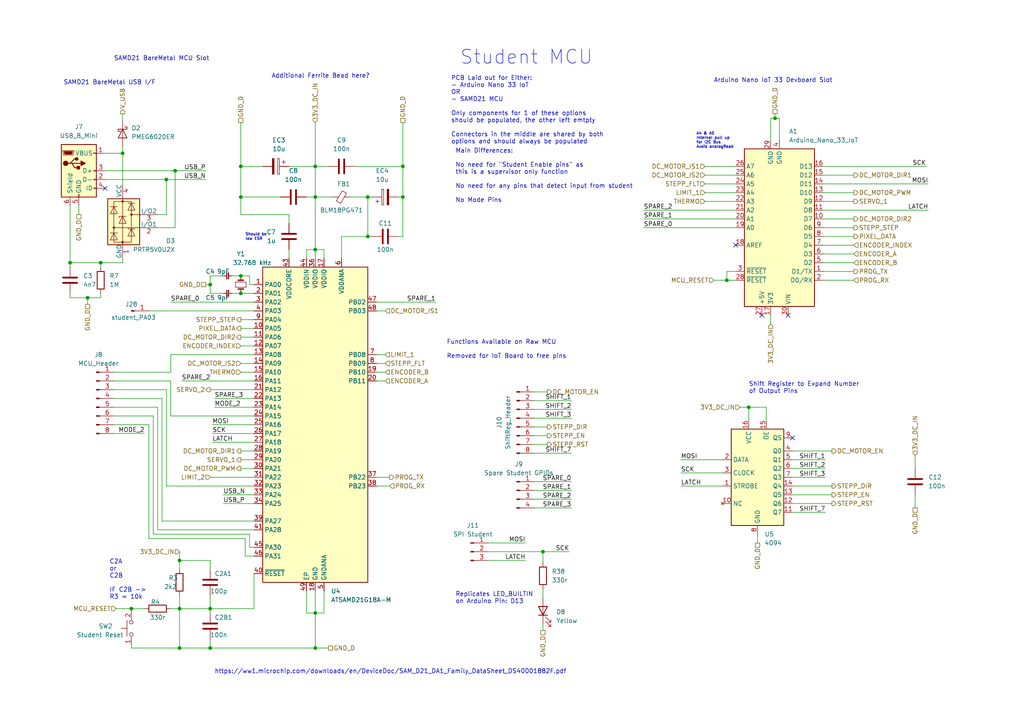
<source format=kicad_sch>
(kicad_sch (version 20211123) (generator eeschema)
  (paper "A4")
  (lib_symbols
    (symbol "000_Capacitor_Electrolytic_Immo:22u" (pin_numbers hide) (pin_names (offset 0.254))
      (property "Reference" "EC" (at 0.635 2.54 0))
      (property "Value" "22u" (at 0.635 -2.54 0))
      (symbol "22u_0_1"
        (rectangle (start -2.286 0.508) (end 2.286 1.016))
        (polyline (pts (xy -1.778 2.286) (xy -0.762 2.286)))
        (polyline (pts (xy -1.27 2.794) (xy -1.27 1.778)))
        (rectangle (start 2.286 -0.508) (end -2.286 -1.016) (fill (type outline)))
      )
      (symbol "22u_1_1"
        (pin passive line (at 0 3.81 270) (length 2.794) (name "~") (number "1"))
        (pin passive line (at 0 -3.81 90) (length 2.794) (name "~") (number "2"))
      )
    )
    (symbol "000_Capacitor_Film_Immo:cap_film_0805" (pin_numbers hide) (pin_names (offset 0.254))
      (property "Reference" "C" (at 0.635 2.54 0))
      (property "Value" "cap_film_0805" (at 0.635 -2.54 0))
      (symbol "cap_film_0805_0_1"
        (polyline (pts (xy -2.032 -0.762) (xy 2.032 -0.762)) (stroke (width 0.508)))
        (polyline (pts (xy -2.032 0.762) (xy 2.032 0.762)) (stroke (width 0.508)))
      )
      (symbol "cap_film_0805_1_1"
        (pin passive line (at 0 3.81 270) (length 2.794) (name "~") (number "1"))
        (pin passive line (at 0 -3.81 90) (length 2.794) (name "~") (number "2"))
      )
    )
    (symbol "000_Capacitor_Film_Immo:cap_film_0805_mini" (pin_numbers hide) (pin_names (offset 0.254))
      (property "Reference" "C" (at 0.635 2.54 0))
      (property "Value" "cap_film_0805_mini" (at 0.635 -2.54 0))
      (symbol "cap_film_0805_mini_0_1"
        (polyline (pts (xy -0.889 -0.254) (xy 0.889 -0.254)) (stroke (width 0.308)))
        (polyline (pts (xy -0.889 0.254) (xy 0.889 0.254)) (stroke (width 0.308)))
      )
      (symbol "cap_film_0805_mini_1_1"
        (pin passive line (at 0 1.27 270) (length 1) (name "~") (number "1"))
        (pin passive line (at 0 -1.27 90) (length 1) (name "~") (number "2"))
      )
    )
    (symbol "000_Logic_IC_Immo:4094"
      (property "Reference" "U" (at -7.62 13.97 0))
      (property "Value" "4094" (at -7.62 -16.51 0))
      (symbol "4094_1_0"
        (pin input line (at -10.16 -3.81 0) (length 2.54) (name "STROBE") (number "1"))
        (pin no_connect line (at -10.16 -8.89 0) (length 2.54) (name "NC") (number "10"))
        (pin tri_state line (at 10.16 -11.43 180) (length 2.54) (name "Q7") (number "11"))
        (pin tri_state line (at 10.16 -8.89 180) (length 2.54) (name "Q6") (number "12"))
        (pin tri_state line (at 10.16 -6.35 180) (length 2.54) (name "Q5") (number "13"))
        (pin tri_state line (at 10.16 -3.81 180) (length 2.54) (name "Q4") (number "14"))
        (pin input line (at 2.54 15.24 270) (length 2.54) (name "OE") (number "15"))
        (pin power_in line (at -2.54 15.24 270) (length 2.54) (name "VCC") (number "16"))
        (pin input line (at -10.16 3.81 0) (length 2.54) (name "DATA") (number "2"))
        (pin input line (at -10.16 0 0) (length 2.54) (name "CLOCK") (number "3"))
        (pin tri_state line (at 10.16 6.35 180) (length 2.54) (name "Q0") (number "4"))
        (pin tri_state line (at 10.16 3.81 180) (length 2.54) (name "Q1") (number "5"))
        (pin tri_state line (at 10.16 1.27 180) (length 2.54) (name "Q2") (number "6"))
        (pin tri_state line (at 10.16 -1.27 180) (length 2.54) (name "Q3") (number "7"))
        (pin power_in line (at 0 -17.78 90) (length 2.54) (name "GND") (number "8"))
        (pin output line (at 10.16 10.16 180) (length 2.54) (name "QS") (number "9"))
      )
      (symbol "4094_1_1"
        (rectangle (start -7.62 12.7) (end 7.62 -15.24) (stroke (width 0.254)) (fill (type background)))
      )
    )
    (symbol "000_Pin_Headers_Immo:Conn_01x01_Male" (pin_names (offset 1.016) hide)
      (property "Reference" "J" (at 0 2.54 0))
      (property "Value" "Conn_01x01_Male" (at 0 -2.54 0))
      (symbol "Conn_01x01_Male_1_1"
        (polyline (pts (xy 1.27 0) (xy 0.8636 0)) (stroke (width 0.1524)))
        (rectangle (start 0.8636 0.127) (end 0 -0.127) (stroke (width 0.1524)) (fill (type outline)))
        (pin passive line (at 5.08 0 180) (length 3.81) (name "Pin_1") (number "1"))
      )
    )
    (symbol "000_Resistors_Immo:Resistor_0805" (pin_numbers hide) (pin_names (offset 0))
      (property "Reference" "R?" (at -2.54 3.81 0))
      (property "Value" "Resistor_0805" (at -5.08 2.54 0))
      (symbol "Resistor_0805_0_1"
        (rectangle (start 2.54 -1.016) (end -2.54 1.016) (stroke (width 0.254)))
      )
      (symbol "Resistor_0805_1_1"
        (pin passive line (at -3.81 0 0) (length 1.27) (name "~") (number "1"))
        (pin passive line (at 3.81 0 180) (length 1.27) (name "~") (number "2"))
      )
    )
    (symbol "000_Switches_Immo:pushbutton_tactile_2pin_SMD" (pin_names (offset 1.016) hide)
      (property "Reference" "SW" (at 0.635 5.715 0))
      (property "Value" "pushbutton_tactile_2pin_SMD" (at 0 -3.175 0))
      (symbol "pushbutton_tactile_2pin_SMD_0_1"
        (circle (center -1.778 2.54) (radius 0.508))
        (polyline (pts (xy -2.286 3.81) (xy 2.286 3.81)))
        (polyline (pts (xy 0 3.81) (xy 0 5.588)))
        (circle (center 1.778 2.54) (radius 0.508))
        (pin passive line (at -5.08 2.54 0) (length 2.54) (name "1") (number "1"))
        (pin passive line (at 5.08 2.54 180) (length 2.6) (name "2") (number "2"))
      )
    )
    (symbol "Connector:Conn_01x03_Male" (pin_names (offset 1.016) hide)
      (property "Reference" "J" (at 0 5.08 0))
      (property "Value" "Conn_01x03_Male" (at 2.54 -4.191 0))
      (symbol "Conn_01x03_Male_1_1"
        (polyline (pts (xy 1.27 -2.54) (xy 0.8636 -2.54)) (stroke (width 0.1524)))
        (polyline (pts (xy 1.27 0) (xy 0.8636 0)) (stroke (width 0.1524)))
        (polyline (pts (xy 1.27 2.54) (xy 0.8636 2.54)) (stroke (width 0.1524)))
        (rectangle (start 0.8636 -2.413) (end 0 -2.667) (stroke (width 0.1524)) (fill (type outline)))
        (rectangle (start 0.8636 0.127) (end 0 -0.127) (stroke (width 0.1524)) (fill (type outline)))
        (rectangle (start 0.8636 2.667) (end 0 2.413) (stroke (width 0.1524)) (fill (type outline)))
        (pin passive line (at 5.08 2.54 180) (length 3.81) (name "Pin_1") (number "1"))
        (pin passive line (at 5.08 0 180) (length 3.81) (name "Pin_2") (number "2"))
        (pin passive line (at 5.08 -2.54 180) (length 3.81) (name "Pin_3") (number "3"))
      )
    )
    (symbol "Connector:Conn_01x04_Male" (pin_names (offset 1.016) hide)
      (property "Reference" "J" (at 0 5.08 0))
      (property "Value" "Conn_01x04_Male" (at 0 -7.62 0))
      (symbol "Conn_01x04_Male_1_1"
        (polyline (pts (xy 1.27 -5.08) (xy 0.8636 -5.08)) (stroke (width 0.1524)))
        (polyline (pts (xy 1.27 -2.54) (xy 0.8636 -2.54)) (stroke (width 0.1524)))
        (polyline (pts (xy 1.27 0) (xy 0.8636 0)) (stroke (width 0.1524)))
        (polyline (pts (xy 1.27 2.54) (xy 0.8636 2.54)) (stroke (width 0.1524)))
        (rectangle (start 0.8636 -4.953) (end 0 -5.207) (stroke (width 0.1524)) (fill (type outline)))
        (rectangle (start 0.8636 -2.413) (end 0 -2.667) (stroke (width 0.1524)) (fill (type outline)))
        (rectangle (start 0.8636 0.127) (end 0 -0.127) (stroke (width 0.1524)) (fill (type outline)))
        (rectangle (start 0.8636 2.667) (end 0 2.413) (stroke (width 0.1524)) (fill (type outline)))
        (pin passive line (at 5.08 2.54 180) (length 3.81) (name "Pin_1") (number "1"))
        (pin passive line (at 5.08 0 180) (length 3.81) (name "Pin_2") (number "2"))
        (pin passive line (at 5.08 -2.54 180) (length 3.81) (name "Pin_3") (number "3"))
        (pin passive line (at 5.08 -5.08 180) (length 3.81) (name "Pin_4") (number "4"))
      )
    )
    (symbol "Connector:Conn_01x08_Male" (pin_names (offset 1.016) hide)
      (property "Reference" "J" (at 0 10.16 0))
      (property "Value" "Conn_01x08_Male" (at 0 -12.7 0))
      (symbol "Conn_01x08_Male_1_1"
        (polyline (pts (xy 1.27 -10.16) (xy 0.8636 -10.16)) (stroke (width 0.1524)))
        (polyline (pts (xy 1.27 -7.62) (xy 0.8636 -7.62)) (stroke (width 0.1524)))
        (polyline (pts (xy 1.27 -5.08) (xy 0.8636 -5.08)) (stroke (width 0.1524)))
        (polyline (pts (xy 1.27 -2.54) (xy 0.8636 -2.54)) (stroke (width 0.1524)))
        (polyline (pts (xy 1.27 0) (xy 0.8636 0)) (stroke (width 0.1524)))
        (polyline (pts (xy 1.27 2.54) (xy 0.8636 2.54)) (stroke (width 0.1524)))
        (polyline (pts (xy 1.27 5.08) (xy 0.8636 5.08)) (stroke (width 0.1524)))
        (polyline (pts (xy 1.27 7.62) (xy 0.8636 7.62)) (stroke (width 0.1524)))
        (rectangle (start 0.8636 -10.033) (end 0 -10.287) (stroke (width 0.1524)) (fill (type outline)))
        (rectangle (start 0.8636 -7.493) (end 0 -7.747) (stroke (width 0.1524)) (fill (type outline)))
        (rectangle (start 0.8636 -4.953) (end 0 -5.207) (stroke (width 0.1524)) (fill (type outline)))
        (rectangle (start 0.8636 -2.413) (end 0 -2.667) (stroke (width 0.1524)) (fill (type outline)))
        (rectangle (start 0.8636 0.127) (end 0 -0.127) (stroke (width 0.1524)) (fill (type outline)))
        (rectangle (start 0.8636 2.667) (end 0 2.413) (stroke (width 0.1524)) (fill (type outline)))
        (rectangle (start 0.8636 5.207) (end 0 4.953) (stroke (width 0.1524)) (fill (type outline)))
        (rectangle (start 0.8636 7.747) (end 0 7.493) (stroke (width 0.1524)) (fill (type outline)))
        (pin passive line (at 5.08 7.62 180) (length 3.81) (name "Pin_1") (number "1"))
        (pin passive line (at 5.08 5.08 180) (length 3.81) (name "Pin_2") (number "2"))
        (pin passive line (at 5.08 2.54 180) (length 3.81) (name "Pin_3") (number "3"))
        (pin passive line (at 5.08 0 180) (length 3.81) (name "Pin_4") (number "4"))
        (pin passive line (at 5.08 -2.54 180) (length 3.81) (name "Pin_5") (number "5"))
        (pin passive line (at 5.08 -5.08 180) (length 3.81) (name "Pin_6") (number "6"))
        (pin passive line (at 5.08 -7.62 180) (length 3.81) (name "Pin_7") (number "7"))
        (pin passive line (at 5.08 -10.16 180) (length 3.81) (name "Pin_8") (number "8"))
      )
    )
    (symbol "Connector:USB_B_Mini" (pin_names (offset 1.016))
      (property "Reference" "J" (at -5.08 11.43 0))
      (property "Value" "USB_B_Mini" (at -5.08 8.89 0))
      (symbol "USB_B_Mini_0_1"
        (rectangle (start -5.08 -7.62) (end 5.08 7.62) (stroke (width 0.254)) (fill (type background)))
        (circle (center -3.81 2.159) (radius 0.635) (stroke (width 0.254)) (fill (type outline)))
        (circle (center -0.635 3.429) (radius 0.381) (stroke (width 0.254)) (fill (type outline)))
        (rectangle (start -0.127 -7.62) (end 0.127 -6.858))
        (polyline (pts (xy -1.905 2.159) (xy 0.635 2.159)) (stroke (width 0.254)))
        (polyline (pts (xy -3.175 2.159) (xy -2.54 2.159) (xy -1.27 3.429) (xy -0.635 3.429)) (stroke (width 0.254)))
        (polyline (pts (xy -2.54 2.159) (xy -1.905 2.159) (xy -1.27 0.889) (xy 0 0.889)) (stroke (width 0.254)))
        (polyline (pts (xy 0.635 2.794) (xy 0.635 1.524) (xy 1.905 2.159) (xy 0.635 2.794)) (stroke (width 0.254)) (fill (type outline)))
        (polyline (pts (xy -4.318 5.588) (xy -1.778 5.588) (xy -2.032 4.826) (xy -4.064 4.826) (xy -4.318 5.588)) (fill (type outline)))
        (polyline (pts (xy -4.699 5.842) (xy -4.699 5.588) (xy -4.445 4.826) (xy -4.445 4.572) (xy -1.651 4.572) (xy -1.651 4.826) (xy -1.397 5.588) (xy -1.397 5.842) (xy -4.699 5.842)))
        (rectangle (start 0.254 1.27) (end -0.508 0.508) (stroke (width 0.254)) (fill (type outline)))
        (rectangle (start 5.08 -5.207) (end 4.318 -4.953))
        (rectangle (start 5.08 -2.667) (end 4.318 -2.413))
        (rectangle (start 5.08 -0.127) (end 4.318 0.127))
        (rectangle (start 5.08 4.953) (end 4.318 5.207))
      )
      (symbol "USB_B_Mini_1_1"
        (pin power_out line (at 7.62 5.08 180) (length 2.54) (name "VBUS") (number "1"))
        (pin bidirectional line (at 7.62 -2.54 180) (length 2.54) (name "D-") (number "2"))
        (pin bidirectional line (at 7.62 0 180) (length 2.54) (name "D+") (number "3"))
        (pin passive line (at 7.62 -5.08 180) (length 2.54) (name "ID") (number "4"))
        (pin power_out line (at 0 -10.16 90) (length 2.54) (name "GND") (number "5"))
        (pin passive line (at -2.54 -10.16 90) (length 2.54) (name "Shield") (number "6"))
      )
    )
    (symbol "Device:Crystal_Small" (pin_numbers hide) (pin_names (offset 1.016) hide)
      (property "Reference" "Y" (at 0 2.54 0))
      (property "Value" "Crystal_Small" (at 0 -2.54 0))
      (symbol "Crystal_Small_0_1"
        (rectangle (start -0.762 -1.524) (end 0.762 1.524))
        (polyline (pts (xy -1.27 -0.762) (xy -1.27 0.762)) (stroke (width 0.381)))
        (polyline (pts (xy 1.27 -0.762) (xy 1.27 0.762)) (stroke (width 0.381)))
      )
      (symbol "Crystal_Small_1_1"
        (pin passive line (at -2.54 0 0) (length 1.27) (name "1") (number "1"))
        (pin passive line (at 2.54 0 180) (length 1.27) (name "2") (number "2"))
      )
    )
    (symbol "Device:FerriteBead_Small" (pin_numbers hide) (pin_names (offset 0))
      (property "Reference" "FB" (at 1.905 1.27 0))
      (property "Value" "FerriteBead_Small" (at 1.905 -1.27 0))
      (symbol "FerriteBead_Small_0_1"
        (polyline (pts (xy 0 -1.27) (xy 0 -0.7874)))
        (polyline (pts (xy 0 0.889) (xy 0 1.2954)))
        (polyline (pts (xy -1.8288 0.2794) (xy -1.1176 1.4986) (xy 1.8288 -0.2032) (xy 1.1176 -1.4224) (xy -1.8288 0.2794)))
      )
      (symbol "FerriteBead_Small_1_1"
        (pin passive line (at 0 2.54 270) (length 1.27) (name "~") (number "1"))
        (pin passive line (at 0 -2.54 90) (length 1.27) (name "~") (number "2"))
      )
    )
    (symbol "Device:LED" (pin_numbers hide) (pin_names (offset 1.016) hide)
      (property "Reference" "D" (at 0 2.54 0))
      (property "Value" "LED" (at 0 -2.54 0))
      (symbol "LED_0_1"
        (polyline (pts (xy -1.27 -1.27) (xy -1.27 1.27)) (stroke (width 0.254)))
        (polyline (pts (xy -1.27 0) (xy 1.27 0)))
        (polyline (pts (xy 1.27 -1.27) (xy 1.27 1.27) (xy -1.27 0) (xy 1.27 -1.27)) (stroke (width 0.254)))
        (polyline (pts (xy -3.048 -0.762) (xy -4.572 -2.286) (xy -3.81 -2.286) (xy -4.572 -2.286) (xy -4.572 -1.524)))
        (polyline (pts (xy -1.778 -0.762) (xy -3.302 -2.286) (xy -2.54 -2.286) (xy -3.302 -2.286) (xy -3.302 -1.524)))
      )
      (symbol "LED_1_1"
        (pin passive line (at -3.81 0 0) (length 2.54) (name "K") (number "1"))
        (pin passive line (at 3.81 0 180) (length 2.54) (name "A") (number "2"))
      )
    )
    (symbol "Diode:PMEG6020ER" (pin_numbers hide) (pin_names hide)
      (property "Reference" "D" (at 0 2.54 0))
      (property "Value" "PMEG6020ER" (at 0 -2.54 0))
      (symbol "PMEG6020ER_0_1"
        (polyline (pts (xy 1.27 0) (xy -1.27 0)))
        (polyline (pts (xy 1.27 1.27) (xy 1.27 -1.27) (xy -1.27 0) (xy 1.27 1.27)) (stroke (width 0.2032)))
        (polyline (pts (xy -1.905 0.635) (xy -1.905 1.27) (xy -1.27 1.27) (xy -1.27 -1.27) (xy -0.635 -1.27) (xy -0.635 -0.635)) (stroke (width 0.2032)))
      )
      (symbol "PMEG6020ER_1_1"
        (pin passive line (at -3.81 0 0) (length 2.54) (name "K") (number "1"))
        (pin passive line (at 3.81 0 180) (length 2.54) (name "A") (number "2"))
      )
    )
    (symbol "MCU_Microchip_SAMD:ATSAMD21G18A-M"
      (property "Reference" "U" (at -13.97 46.99 0))
      (property "Value" "ATSAMD21G18A-M" (at 16.51 46.99 0))
      (symbol "ATSAMD21G18A-M_0_1"
        (rectangle (start -15.24 45.72) (end 15.24 -45.72) (stroke (width 0.254)) (fill (type background)))
      )
      (symbol "ATSAMD21G18A-M_1_1"
        (pin bidirectional line (at -17.78 40.64 0) (length 2.54) (name "PA00") (number "1"))
        (pin bidirectional line (at -17.78 27.94 0) (length 2.54) (name "PA05") (number "10"))
        (pin bidirectional line (at -17.78 25.4 0) (length 2.54) (name "PA06") (number "11"))
        (pin bidirectional line (at -17.78 22.86 0) (length 2.54) (name "PA07") (number "12"))
        (pin bidirectional line (at -17.78 20.32 0) (length 2.54) (name "PA08") (number "13"))
        (pin bidirectional line (at -17.78 17.78 0) (length 2.54) (name "PA09") (number "14"))
        (pin bidirectional line (at -17.78 15.24 0) (length 2.54) (name "PA10") (number "15"))
        (pin bidirectional line (at -17.78 12.7 0) (length 2.54) (name "PA11") (number "16"))
        (pin power_in line (at 2.54 48.26 270) (length 2.54) (name "VDDIO") (number "17"))
        (pin power_in line (at 0 -48.26 90) (length 2.54) (name "GND") (number "18"))
        (pin bidirectional line (at 17.78 15.24 180) (length 2.54) (name "PB10") (number "19"))
        (pin bidirectional line (at -17.78 38.1 0) (length 2.54) (name "PA01") (number "2"))
        (pin bidirectional line (at 17.78 12.7 180) (length 2.54) (name "PB11") (number "20"))
        (pin bidirectional line (at -17.78 10.16 0) (length 2.54) (name "PA12") (number "21"))
        (pin bidirectional line (at -17.78 7.62 0) (length 2.54) (name "PA13") (number "22"))
        (pin bidirectional line (at -17.78 5.08 0) (length 2.54) (name "PA14") (number "23"))
        (pin bidirectional line (at -17.78 2.54 0) (length 2.54) (name "PA15") (number "24"))
        (pin bidirectional line (at -17.78 0 0) (length 2.54) (name "PA16") (number "25"))
        (pin bidirectional line (at -17.78 -2.54 0) (length 2.54) (name "PA17") (number "26"))
        (pin bidirectional line (at -17.78 -5.08 0) (length 2.54) (name "PA18") (number "27"))
        (pin bidirectional line (at -17.78 -7.62 0) (length 2.54) (name "PA19") (number "28"))
        (pin bidirectional line (at -17.78 -10.16 0) (length 2.54) (name "PA20") (number "29"))
        (pin bidirectional line (at -17.78 35.56 0) (length 2.54) (name "PA02") (number "3"))
        (pin bidirectional line (at -17.78 -12.7 0) (length 2.54) (name "PA21") (number "30"))
        (pin bidirectional line (at -17.78 -15.24 0) (length 2.54) (name "PA22") (number "31"))
        (pin bidirectional line (at -17.78 -17.78 0) (length 2.54) (name "PA23") (number "32"))
        (pin bidirectional line (at -17.78 -20.32 0) (length 2.54) (name "PA24") (number "33"))
        (pin bidirectional line (at -17.78 -22.86 0) (length 2.54) (name "PA25") (number "34"))
        (pin passive line (at 0 -48.26 90) (length 2.54) hide (name "GND") (number "35"))
        (pin power_in line (at 0 48.26 270) (length 2.54) (name "VDDIO") (number "36"))
        (pin bidirectional line (at 17.78 -15.24 180) (length 2.54) (name "PB22") (number "37"))
        (pin bidirectional line (at 17.78 -17.78 180) (length 2.54) (name "PB23") (number "38"))
        (pin bidirectional line (at -17.78 -27.94 0) (length 2.54) (name "PA27") (number "39"))
        (pin bidirectional line (at -17.78 33.02 0) (length 2.54) (name "PA03") (number "4"))
        (pin input line (at -17.78 -43.18 0) (length 2.54) (name "~{RESET}") (number "40"))
        (pin bidirectional line (at -17.78 -30.48 0) (length 2.54) (name "PA28") (number "41"))
        (pin passive line (at 0 -48.26 90) (length 2.54) hide (name "GND") (number "42"))
        (pin power_out line (at -7.62 48.26 270) (length 2.54) (name "VDDCORE") (number "43"))
        (pin power_in line (at -2.54 48.26 270) (length 2.54) (name "VDDIN") (number "44"))
        (pin bidirectional line (at -17.78 -35.56 0) (length 2.54) (name "PA30") (number "45"))
        (pin bidirectional line (at -17.78 -38.1 0) (length 2.54) (name "PA31") (number "46"))
        (pin bidirectional line (at 17.78 35.56 180) (length 2.54) (name "PB02") (number "47"))
        (pin bidirectional line (at 17.78 33.02 180) (length 2.54) (name "PB03") (number "48"))
        (pin passive line (at -2.54 -48.26 90) (length 2.54) (name "EP") (number "49"))
        (pin power_in line (at 2.54 -48.26 90) (length 2.54) (name "GNDANA") (number "5"))
        (pin power_in line (at 7.62 48.26 270) (length 2.54) (name "VDDANA") (number "6"))
        (pin bidirectional line (at 17.78 20.32 180) (length 2.54) (name "PB08") (number "7"))
        (pin bidirectional line (at 17.78 17.78 180) (length 2.54) (name "PB09") (number "8"))
        (pin bidirectional line (at -17.78 30.48 0) (length 2.54) (name "PA04") (number "9"))
      )
    )
    (symbol "MCU_Module:Arduino_Nano_33_IoT"
      (property "Reference" "A" (at -10.16 23.495 0))
      (property "Value" "Arduino_Nano_33_IoT" (at 5.08 -24.13 0))
      (symbol "Arduino_Nano_33_IoT_0_0"
        (text "~" (at -6.35 -7.62 0) (effects (font (size 1.27 1.27))))
        (text "~" (at -6.35 0 0) (effects (font (size 1.27 1.27))))
        (text "~" (at -6.35 2.54 0) (effects (font (size 1.27 1.27))))
        (text "~" (at -6.35 7.62 0) (effects (font (size 1.27 1.27))))
        (text "~" (at -6.35 10.16 0) (effects (font (size 1.27 1.27))))
        (text "~" (at -5.08 -15.24 0) (effects (font (size 1.27 1.27))))
        (text "~" (at -5.08 -12.7 0) (effects (font (size 1.27 1.27))))
        (text "~" (at -5.08 -10.16 0) (effects (font (size 1.27 1.27))))
        (text "~" (at 6.35 -12.7 0) (effects (font (size 1.27 1.27))))
        (text "~" (at 6.35 -7.62 0) (effects (font (size 1.27 1.27))))
        (text "~" (at 6.35 -5.08 0) (effects (font (size 1.27 1.27))))
      )
      (symbol "Arduino_Nano_33_IoT_0_1"
        (rectangle (start -10.16 22.86) (end 10.16 -22.86) (stroke (width 0.254)) (fill (type background)))
      )
      (symbol "Arduino_Nano_33_IoT_1_1"
        (pin bidirectional line (at -12.7 12.7 0) (length 2.54) (name "D1/TX") (number "1"))
        (pin bidirectional line (at -12.7 -2.54 0) (length 2.54) (name "D7") (number "10"))
        (pin bidirectional line (at -12.7 -5.08 0) (length 2.54) (name "D8") (number "11"))
        (pin bidirectional line (at -12.7 -7.62 0) (length 2.54) (name "D9") (number "12"))
        (pin bidirectional line (at -12.7 -10.16 0) (length 2.54) (name "D10") (number "13"))
        (pin bidirectional line (at -12.7 -12.7 0) (length 2.54) (name "D11") (number "14"))
        (pin bidirectional line (at -12.7 -15.24 0) (length 2.54) (name "D12") (number "15"))
        (pin bidirectional line (at -12.7 -17.78 0) (length 2.54) (name "D13") (number "16"))
        (pin power_out line (at 2.54 25.4 270) (length 2.54) (name "3V3") (number "17"))
        (pin input line (at 12.7 5.08 180) (length 2.54) (name "AREF") (number "18"))
        (pin bidirectional line (at 12.7 0 180) (length 2.54) (name "A0") (number "19"))
        (pin bidirectional line (at -12.7 15.24 0) (length 2.54) (name "D0/RX") (number "2"))
        (pin bidirectional line (at 12.7 -2.54 180) (length 2.54) (name "A1") (number "20"))
        (pin bidirectional line (at 12.7 -5.08 180) (length 2.54) (name "A2") (number "21"))
        (pin bidirectional line (at 12.7 -7.62 180) (length 2.54) (name "A3") (number "22"))
        (pin bidirectional line (at 12.7 -10.16 180) (length 2.54) (name "A4") (number "23"))
        (pin bidirectional line (at 12.7 -12.7 180) (length 2.54) (name "A5") (number "24"))
        (pin bidirectional line (at 12.7 -15.24 180) (length 2.54) (name "A6") (number "25"))
        (pin bidirectional line (at 12.7 -17.78 180) (length 2.54) (name "A7") (number "26"))
        (pin power_out line (at 5.08 25.4 270) (length 2.54) (name "+5V") (number "27"))
        (pin input line (at 12.7 15.24 180) (length 2.54) (name "~{RESET}") (number "28"))
        (pin power_in line (at 2.54 -25.4 90) (length 2.54) (name "GND") (number "29"))
        (pin input line (at 12.7 12.7 180) (length 2.54) (name "~{RESET}") (number "3"))
        (pin power_in line (at -2.54 25.4 270) (length 2.54) (name "VIN") (number "30"))
        (pin power_in line (at 0 -25.4 90) (length 2.54) (name "GND") (number "4"))
        (pin bidirectional line (at -12.7 10.16 0) (length 2.54) (name "D2") (number "5"))
        (pin bidirectional line (at -12.7 7.62 0) (length 2.54) (name "D3") (number "6"))
        (pin bidirectional line (at -12.7 5.08 0) (length 2.54) (name "D4") (number "7"))
        (pin bidirectional line (at -12.7 2.54 0) (length 2.54) (name "D5") (number "8"))
        (pin bidirectional line (at -12.7 0 0) (length 2.54) (name "D6") (number "9"))
      )
    )
    (symbol "Power_Protection:PRTR5V0U2X_smaller" (pin_names (offset 0))
      (property "Reference" "D" (at 2.794 8.636 0))
      (property "Value" "PRTR5V0U2X_smaller" (at 13.97 -11.43 0))
      (symbol "PRTR5V0U2X_smaller_0_1"
        (rectangle (start -4.318 7.112) (end 4.953 -6.223) (stroke (width 0.254)) (fill (type background)))
        (circle (center -2.54 -1.27) (radius 0.254) (fill (type outline)))
        (rectangle (start -2.54 6.35) (end 2.54 -5.461))
        (circle (center 0 -5.461) (radius 0.254) (fill (type outline)))
        (polyline (pts (xy -1.524 -2.794) (xy -3.556 -2.794)))
        (polyline (pts (xy -1.524 4.826) (xy -3.556 4.826)))
        (polyline (pts (xy 0 -6.096) (xy 0 7.493)))
        (polyline (pts (xy 1.524 -1.651) (xy 3.556 -1.651)))
        (polyline (pts (xy 1.524 5.842) (xy 3.556 5.842)))
        (polyline (pts (xy 2.54 2.54) (xy 5.08 2.54)))
        (polyline (pts (xy 5.08 -1.27) (xy -2.54 -1.27)))
        (polyline (pts (xy 1.016 2.032) (xy -1.016 2.032) (xy -1.016 1.524)))
        (polyline (pts (xy -3.556 -4.826) (xy -1.524 -4.826) (xy -2.54 -2.794) (xy -3.556 -4.826)))
        (polyline (pts (xy -3.556 2.794) (xy -1.524 2.794) (xy -2.54 4.826) (xy -3.556 2.794)))
        (polyline (pts (xy -1.016 0) (xy 1.016 0) (xy 0 2.032) (xy -1.016 0)))
        (polyline (pts (xy 3.556 -3.683) (xy 1.524 -3.683) (xy 2.54 -1.651) (xy 3.556 -3.683)))
        (polyline (pts (xy 3.556 3.81) (xy 1.524 3.81) (xy 2.54 5.842) (xy 3.556 3.81)))
        (circle (center 0 6.35) (radius 0.254) (fill (type outline)))
        (circle (center 2.54 2.54) (radius 0.254) (fill (type outline)))
      )
      (symbol "PRTR5V0U2X_smaller_1_1"
        (pin passive line (at 0 -10.16 90) (length 4) (name "GND") (number "1"))
        (pin passive line (at 10.16 -1.27 180) (length 5.08) (name "I/O1") (number "2"))
        (pin passive line (at 10.16 2.54 180) (length 5.08) (name "I/O2") (number "3"))
        (pin passive line (at 0 11.43 270) (length 4) (name "VCC") (number "4"))
      )
    )
  )
  (junction (at 91.44 57.15))
  (junction (at 20.32 76.2))
  (junction (at 48.26 52.07))
  (junction (at 38.1 176.53))
  (junction (at 69.85 85.09))
  (junction (at 69.85 48.26))
  (junction (at 52.07 187.96))
  (junction (at 25.4 86.36))
  (junction (at 224.79 34.29))
  (junction (at 29.21 76.2))
  (junction (at 52.07 162.56))
  (junction (at 217.17 118.11))
  (junction (at 91.44 187.96))
  (junction (at 50.8 49.53))
  (junction (at 116.84 57.15))
  (junction (at 69.85 80.01))
  (junction (at 157.48 160.02))
  (junction (at 91.44 48.26))
  (junction (at 35.56 44.45))
  (junction (at 60.96 187.96))
  (junction (at 106.68 68.58))
  (junction (at 91.44 177.8))
  (junction (at 69.85 57.15))
  (junction (at 91.44 72.39))
  (junction (at 52.07 176.53))
  (junction (at 116.84 48.26))
  (junction (at 106.68 57.15))
  (junction (at 60.96 82.55))
  (junction (at 210.82 81.28))
  (junction (at 60.96 176.53))
  (no_connect (at 229.87 127))
  (no_connect (at 213.36 71.12))
  (no_connect (at 30.48 54.61))
  (no_connect (at 220.98 91.44))
  (no_connect (at 228.6 91.44))
  (wire (pts (xy 214.63 118.11) (xy 217.17 118.11)))
  (wire (pts (xy 46.99 115.57) (xy 33.02 115.57)))
  (wire (pts (xy 204.47 50.8) (xy 213.36 50.8)))
  (wire (pts (xy 157.48 170.815) (xy 157.48 173.355)))
  (wire (pts (xy 93.98 171.45) (xy 93.98 177.8)))
  (wire (pts (xy 157.48 160.02) (xy 157.48 163.195)))
  (wire (pts (xy 60.96 80.01) (xy 64.77 80.01)))
  (wire (pts (xy 72.39 154.94) (xy 44.45 154.94)))
  (wire (pts (xy 269.24 60.96) (xy 238.76 60.96)))
  (wire (pts (xy 141.605 162.56) (xy 152.4 162.56)))
  (wire (pts (xy 88.9 74.93) (xy 88.9 72.39)))
  (wire (pts (xy 73.66 140.97) (xy 48.26 140.97)))
  (wire (pts (xy 83.82 64.77) (xy 83.82 62.23)))
  (wire (pts (xy 49.53 120.65) (xy 49.53 110.49)))
  (wire (pts (xy 60.96 113.03) (xy 73.66 113.03)))
  (wire (pts (xy 229.87 140.97) (xy 241.3 140.97)))
  (wire (pts (xy 223.52 91.44) (xy 223.52 93.98)))
  (wire (pts (xy 111.76 107.95) (xy 109.22 107.95)))
  (wire (pts (xy 154.94 126.365) (xy 158.75 126.365)))
  (wire (pts (xy 109.22 87.63) (xy 126.365 87.63)))
  (wire (pts (xy 64.77 143.51) (xy 73.66 143.51)))
  (wire (pts (xy 116.84 68.58) (xy 115.57 68.58)))
  (wire (pts (xy 69.85 80.01) (xy 72.39 80.01)))
  (wire (pts (xy 61.595 123.19) (xy 73.66 123.19)))
  (wire (pts (xy 141.605 157.48) (xy 152.4 157.48)))
  (wire (pts (xy 38.1 187.96) (xy 52.07 187.96)))
  (wire (pts (xy 49.53 87.63) (xy 73.66 87.63)))
  (wire (pts (xy 72.39 82.55) (xy 72.39 80.01)))
  (wire (pts (xy 224.79 34.29) (xy 223.52 34.29)))
  (wire (pts (xy 43.18 90.17) (xy 73.66 90.17)))
  (wire (pts (xy 238.76 81.28) (xy 247.65 81.28)))
  (wire (pts (xy 44.45 120.65) (xy 33.02 120.65)))
  (wire (pts (xy 20.32 59.69) (xy 20.32 76.2)))
  (wire (pts (xy 29.21 76.2) (xy 20.32 76.2)))
  (wire (pts (xy 49.53 110.49) (xy 33.02 110.49)))
  (wire (pts (xy 157.48 160.02) (xy 165.1 160.02)))
  (wire (pts (xy 116.84 35.56) (xy 116.84 48.26)))
  (wire (pts (xy 69.85 62.23) (xy 69.85 57.15)))
  (wire (pts (xy 93.98 74.93) (xy 93.98 72.39)))
  (wire (pts (xy 33.655 176.53) (xy 38.1 176.53)))
  (wire (pts (xy 93.98 72.39) (xy 91.44 72.39)))
  (wire (pts (xy 219.71 157.48) (xy 219.71 154.94)))
  (wire (pts (xy 238.76 76.2) (xy 247.65 76.2)))
  (wire (pts (xy 210.82 81.28) (xy 210.82 78.74)))
  (wire (pts (xy 229.87 146.05) (xy 241.3 146.05)))
  (wire (pts (xy 238.76 73.66) (xy 247.65 73.66)))
  (wire (pts (xy 69.85 133.35) (xy 73.66 133.35)))
  (wire (pts (xy 204.47 48.26) (xy 213.36 48.26)))
  (wire (pts (xy 69.85 48.26) (xy 76.2 48.26)))
  (wire (pts (xy 109.22 140.97) (xy 113.03 140.97)))
  (wire (pts (xy 69.85 130.81) (xy 73.66 130.81)))
  (wire (pts (xy 62.23 118.11) (xy 73.66 118.11)))
  (wire (pts (xy 69.85 85.09) (xy 73.66 85.09)))
  (wire (pts (xy 59.69 82.55) (xy 60.96 82.55)))
  (wire (pts (xy 111.76 90.17) (xy 109.22 90.17)))
  (wire (pts (xy 238.76 58.42) (xy 247.65 58.42)))
  (wire (pts (xy 73.66 102.87) (xy 49.53 102.87)))
  (wire (pts (xy 22.86 62.23) (xy 22.86 59.69)))
  (wire (pts (xy 224.79 34.29) (xy 224.79 33.02)))
  (wire (pts (xy 247.65 63.5) (xy 238.76 63.5)))
  (wire (pts (xy 238.76 55.88) (xy 247.65 55.88)))
  (wire (pts (xy 238.76 66.04) (xy 247.65 66.04)))
  (wire (pts (xy 60.96 176.53) (xy 60.96 177.8)))
  (wire (pts (xy 60.96 85.09) (xy 60.96 82.55)))
  (wire (pts (xy 35.56 76.2) (xy 29.21 76.2)))
  (wire (pts (xy 48.26 140.97) (xy 48.26 113.03)))
  (wire (pts (xy 73.66 176.53) (xy 73.66 166.37)))
  (wire (pts (xy 83.82 72.39) (xy 83.82 74.93)))
  (wire (pts (xy 116.84 57.15) (xy 116.84 68.58)))
  (wire (pts (xy 210.82 81.28) (xy 213.36 81.28)))
  (wire (pts (xy 38.1 176.53) (xy 38.1 177.165)))
  (wire (pts (xy 29.21 86.36) (xy 25.4 86.36)))
  (wire (pts (xy 60.96 176.53) (xy 73.66 176.53)))
  (wire (pts (xy 43.18 156.21) (xy 43.18 123.19)))
  (wire (pts (xy 88.9 57.15) (xy 91.44 57.15)))
  (wire (pts (xy 111.76 102.87) (xy 109.22 102.87)))
  (wire (pts (xy 223.52 40.64) (xy 223.52 34.29)))
  (wire (pts (xy 106.68 57.15) (xy 107.95 57.15)))
  (wire (pts (xy 52.07 176.53) (xy 52.07 187.96)))
  (wire (pts (xy 154.94 118.745) (xy 165.735 118.745)))
  (wire (pts (xy 73.66 161.29) (xy 71.12 161.29)))
  (wire (pts (xy 45.72 118.11) (xy 33.02 118.11)))
  (wire (pts (xy 99.06 68.58) (xy 99.06 74.93)))
  (wire (pts (xy 226.06 34.29) (xy 224.79 34.29)))
  (wire (pts (xy 35.56 74.93) (xy 35.56 76.2)))
  (wire (pts (xy 69.85 48.26) (xy 69.85 35.56)))
  (wire (pts (xy 20.32 86.36) (xy 20.32 85.09)))
  (wire (pts (xy 48.26 52.07) (xy 59.69 52.07)))
  (wire (pts (xy 60.96 185.42) (xy 60.96 187.96)))
  (wire (pts (xy 229.87 133.35) (xy 239.395 133.35)))
  (wire (pts (xy 157.48 180.975) (xy 157.48 182.88)))
  (wire (pts (xy 50.8 49.53) (xy 59.69 49.53)))
  (wire (pts (xy 154.94 131.445) (xy 165.735 131.445)))
  (wire (pts (xy 186.69 66.04) (xy 213.36 66.04)))
  (wire (pts (xy 222.25 118.11) (xy 222.25 121.92)))
  (wire (pts (xy 247.65 50.8) (xy 238.76 50.8)))
  (wire (pts (xy 43.18 123.19) (xy 33.02 123.19)))
  (wire (pts (xy 35.56 44.45) (xy 35.56 53.34)))
  (wire (pts (xy 217.17 118.11) (xy 222.25 118.11)))
  (wire (pts (xy 91.44 72.39) (xy 91.44 74.93)))
  (wire (pts (xy 61.595 128.27) (xy 73.66 128.27)))
  (wire (pts (xy 25.4 86.36) (xy 25.4 88.265)))
  (wire (pts (xy 29.21 85.09) (xy 29.21 86.36)))
  (wire (pts (xy 88.9 72.39) (xy 91.44 72.39)))
  (wire (pts (xy 45.72 66.04) (xy 50.8 66.04)))
  (wire (pts (xy 61.595 125.73) (xy 73.66 125.73)))
  (wire (pts (xy 33.02 107.95) (xy 49.53 107.95)))
  (wire (pts (xy 45.72 62.23) (xy 48.26 62.23)))
  (wire (pts (xy 73.66 158.75) (xy 72.39 158.75)))
  (wire (pts (xy 141.605 160.02) (xy 157.48 160.02)))
  (wire (pts (xy 91.44 177.8) (xy 91.44 187.96)))
  (wire (pts (xy 91.44 171.45) (xy 91.44 177.8)))
  (wire (pts (xy 111.76 110.49) (xy 109.22 110.49)))
  (wire (pts (xy 69.85 107.95) (xy 73.66 107.95)))
  (wire (pts (xy 154.94 144.78) (xy 165.735 144.78)))
  (wire (pts (xy 154.94 139.7) (xy 165.735 139.7)))
  (wire (pts (xy 73.66 146.05) (xy 64.77 146.05)))
  (wire (pts (xy 69.85 97.79) (xy 73.66 97.79)))
  (wire (pts (xy 20.32 76.2) (xy 20.32 77.47)))
  (wire (pts (xy 33.02 125.73) (xy 41.91 125.73)))
  (wire (pts (xy 69.85 105.41) (xy 73.66 105.41)))
  (wire (pts (xy 204.47 58.42) (xy 213.36 58.42)))
  (wire (pts (xy 52.07 176.53) (xy 60.96 176.53)))
  (wire (pts (xy 154.94 142.24) (xy 165.735 142.24)))
  (wire (pts (xy 99.06 68.58) (xy 106.68 68.58)))
  (wire (pts (xy 48.26 62.23) (xy 48.26 52.07)))
  (wire (pts (xy 154.94 116.205) (xy 165.735 116.205)))
  (wire (pts (xy 35.56 33.02) (xy 35.56 34.925)))
  (wire (pts (xy 69.85 57.15) (xy 81.28 57.15)))
  (wire (pts (xy 72.39 154.94) (xy 72.39 158.75)))
  (wire (pts (xy 154.94 147.32) (xy 165.735 147.32)))
  (wire (pts (xy 52.07 162.56) (xy 60.96 162.56)))
  (wire (pts (xy 101.6 57.15) (xy 106.68 57.15)))
  (wire (pts (xy 25.4 86.36) (xy 20.32 86.36)))
  (wire (pts (xy 73.66 151.13) (xy 46.99 151.13)))
  (wire (pts (xy 69.85 92.71) (xy 73.66 92.71)))
  (wire (pts (xy 73.66 153.67) (xy 45.72 153.67)))
  (wire (pts (xy 91.44 187.96) (xy 95.25 187.96)))
  (wire (pts (xy 44.45 154.94) (xy 44.45 120.65)))
  (wire (pts (xy 49.53 102.87) (xy 49.53 107.95)))
  (wire (pts (xy 109.22 138.43) (xy 113.03 138.43)))
  (wire (pts (xy 106.68 68.58) (xy 107.95 68.58)))
  (wire (pts (xy 265.43 147.32) (xy 265.43 143.51)))
  (wire (pts (xy 229.87 135.89) (xy 239.395 135.89)))
  (wire (pts (xy 204.47 53.34) (xy 213.36 53.34)))
  (wire (pts (xy 154.94 128.905) (xy 158.75 128.905)))
  (wire (pts (xy 111.76 105.41) (xy 109.22 105.41)))
  (wire (pts (xy 88.9 177.8) (xy 88.9 171.45)))
  (wire (pts (xy 64.77 85.09) (xy 60.96 85.09)))
  (wire (pts (xy 238.76 71.12) (xy 247.65 71.12)))
  (wire (pts (xy 48.26 113.03) (xy 33.02 113.03)))
  (wire (pts (xy 91.44 177.8) (xy 93.98 177.8)))
  (wire (pts (xy 91.44 57.15) (xy 91.44 72.39)))
  (wire (pts (xy 229.87 143.51) (xy 241.3 143.51)))
  (wire (pts (xy 95.25 48.26) (xy 91.44 48.26)))
  (wire (pts (xy 229.87 130.81) (xy 241.3 130.81)))
  (wire (pts (xy 60.96 187.96) (xy 91.44 187.96)))
  (wire (pts (xy 186.69 63.5) (xy 213.36 63.5)))
  (wire (pts (xy 69.85 57.15) (xy 69.85 48.26)))
  (wire (pts (xy 197.485 133.35) (xy 209.55 133.35)))
  (wire (pts (xy 265.43 132.08) (xy 265.43 135.89)))
  (wire (pts (xy 197.485 140.97) (xy 209.55 140.97)))
  (wire (pts (xy 229.87 148.59) (xy 239.395 148.59)))
  (wire (pts (xy 52.07 176.53) (xy 49.53 176.53)))
  (wire (pts (xy 154.94 123.825) (xy 158.75 123.825)))
  (wire (pts (xy 52.07 172.72) (xy 52.07 176.53)))
  (wire (pts (xy 106.68 57.15) (xy 106.68 68.58)))
  (wire (pts (xy 52.07 187.96) (xy 60.96 187.96)))
  (wire (pts (xy 46.99 151.13) (xy 46.99 115.57)))
  (wire (pts (xy 71.12 161.29) (xy 71.12 156.21)))
  (wire (pts (xy 217.17 118.11) (xy 217.17 121.92)))
  (wire (pts (xy 158.75 113.665) (xy 154.94 113.665)))
  (wire (pts (xy 91.44 35.56) (xy 91.44 48.26)))
  (wire (pts (xy 69.85 95.25) (xy 73.66 95.25)))
  (wire (pts (xy 116.84 57.15) (xy 115.57 57.15)))
  (wire (pts (xy 60.96 138.43) (xy 73.66 138.43)))
  (wire (pts (xy 91.44 57.15) (xy 96.52 57.15)))
  (wire (pts (xy 52.07 162.56) (xy 52.07 165.1)))
  (wire (pts (xy 62.23 115.57) (xy 73.66 115.57)))
  (wire (pts (xy 238.76 68.58) (xy 247.65 68.58)))
  (wire (pts (xy 116.84 48.26) (xy 116.84 57.15)))
  (wire (pts (xy 60.96 82.55) (xy 60.96 80.01)))
  (wire (pts (xy 83.82 62.23) (xy 69.85 62.23)))
  (wire (pts (xy 38.1 187.325) (xy 38.1 187.96)))
  (wire (pts (xy 45.72 153.67) (xy 45.72 118.11)))
  (wire (pts (xy 71.12 156.21) (xy 43.18 156.21)))
  (wire (pts (xy 207.01 81.28) (xy 210.82 81.28)))
  (wire (pts (xy 116.84 48.26) (xy 102.87 48.26)))
  (wire (pts (xy 204.47 55.88) (xy 213.36 55.88)))
  (wire (pts (xy 238.76 53.34) (xy 269.24 53.34)))
  (wire (pts (xy 154.94 121.285) (xy 165.735 121.285)))
  (wire (pts (xy 30.48 52.07) (xy 48.26 52.07)))
  (wire (pts (xy 38.1 176.53) (xy 41.91 176.53)))
  (wire (pts (xy 30.48 49.53) (xy 50.8 49.53)))
  (wire (pts (xy 238.76 78.74) (xy 247.65 78.74)))
  (wire (pts (xy 83.82 48.26) (xy 91.44 48.26)))
  (wire (pts (xy 52.07 160.02) (xy 52.07 162.56)))
  (wire (pts (xy 67.31 80.01) (xy 69.85 80.01)))
  (wire (pts (xy 91.44 48.26) (xy 91.44 57.15)))
  (wire (pts (xy 226.06 40.64) (xy 226.06 34.29)))
  (wire (pts (xy 73.66 82.55) (xy 72.39 82.55)))
  (wire (pts (xy 50.8 66.04) (xy 50.8 49.53)))
  (wire (pts (xy 197.485 137.16) (xy 209.55 137.16)))
  (wire (pts (xy 238.76 48.26) (xy 268.605 48.26)))
  (wire (pts (xy 52.705 110.49) (xy 73.66 110.49)))
  (wire (pts (xy 186.69 60.96) (xy 213.36 60.96)))
  (wire (pts (xy 35.56 42.545) (xy 35.56 44.45)))
  (wire (pts (xy 60.96 165.1) (xy 60.96 162.56)))
  (wire (pts (xy 69.85 135.89) (xy 73.66 135.89)))
  (wire (pts (xy 67.31 85.09) (xy 69.85 85.09)))
  (wire (pts (xy 229.87 138.43) (xy 239.395 138.43)))
  (wire (pts (xy 29.21 76.2) (xy 29.21 77.47)))
  (wire (pts (xy 69.85 100.33) (xy 73.66 100.33)))
  (wire (pts (xy 73.66 120.65) (xy 49.53 120.65)))
  (wire (pts (xy 210.82 78.74) (xy 213.36 78.74)))
  (wire (pts (xy 30.48 44.45) (xy 35.56 44.45)))
  (wire (pts (xy 60.96 172.72) (xy 60.96 176.53)))
  (wire (pts (xy 91.44 177.8) (xy 88.9 177.8)))
  (text "SAMD21 BareMetal MCU Slot" (at 33.02 17.78 0) (effects (font (size 1.27 1.27)) (justify left bottom)))
  (text "Shift Register to Expand Number\nof Output Pins" (at 217.17 114.3 0) (effects (font (size 1.27 1.27)) (justify left bottom)))
  (text "Functions Available on Raw MCU\n\nRemoved for IoT Board to free pins" (at 129.54 104.14 0) (effects (font (size 1.27 1.27)) (justify left bottom)))
  (text "A4 & A5\nInternal pull up\nfor I2C Bus\nAvoid analogRead" (at 201.93 43.18 0) (effects (font (size 0.8 0.8)) (justify left bottom)))
  (text "PCB Laid out for Either:\n- Arduino Nano 33 IoT\nOR\n- SAMD21 MCU\n\nOnly components for 1 of these options\nshould be populated, the other left emtpty\n\nConnectors in the middle are shared by both \noptions and should always be populated" (at 130.81 41.91 0) (effects (font (size 1.27 1.27)) (justify left bottom)))
  (text "Should be\nlow ESR" (at 71.12 69.85 0) (effects (font (size 0.8 0.8)) (justify left bottom)))
  (text "Main Differences:\n\nNo need for \"Student Enable pins\" as \nthis is a supervisor only function\n\nNo need for any pins that detect input from student\n\nNo Mode Pins\n\n" (at 132.08 60.96 0) (effects (font (size 1.27 1.27)) (justify left bottom)))
  (text "Additional Ferrite Bead here?" (at 78.74 22.86 0) (effects (font (size 1.27 1.27)) (justify left bottom)))
  (text "C2A\nor\nC2B\n\nIF C2B -> \nR3 = 10k" (at 31.75 173.99 0) (effects (font (size 1.27 1.27)) (justify left bottom)))
  (text "https://ww1.microchip.com/downloads/en/DeviceDoc/SAM_D21_DA1_Family_DataSheet_DS40001882F.pdf" (at 62.23 195.58 0) (effects (font (size 1.27 1.27)) (justify left bottom)))
  (text "Student MCU" (at 133.35 19.05 0) (effects (font (size 4 4)) (justify left bottom)))
  (text "Arduino Nano IoT 33 Devboard Slot" (at 207.01 24.13 0) (effects (font (size 1.27 1.27)) (justify left bottom)))
  (text "SAMD21 BareMetal USB I/F" (at 18.415 24.765 0) (effects (font (size 1.27 1.27)) (justify left bottom)))
  (text "Replicates LED_BUILTIN\non Arduino Pin: D13" (at 132.08 175.26 0) (effects (font (size 1.27 1.27)) (justify left bottom)))
  (label "SPARE_0" (at 165.735 139.7 180))
  (label "SPARE_1" (at 165.735 142.24 180))
  (label "LATCH" (at 61.595 128.27 0))
  (label "SCK" (at 61.595 125.73 0))
  (label "SPARE_2" (at 186.69 60.96 0))
  (label "LATCH" (at 269.24 60.96 180))
  (label "SPARE_3" (at 165.735 147.32 180))
  (label "SCK" (at 165.1 160.02 180))
  (label "SHIFT_1" (at 239.395 133.35 180))
  (label "SPARE_3" (at 62.23 115.57 0))
  (label "MOSI" (at 61.595 123.19 0))
  (label "MOSI" (at 152.4 157.48 180))
  (label "USB_P" (at 64.77 146.05 0))
  (label "MOSI" (at 197.485 133.35 0))
  (label "MODE_2" (at 41.91 125.73 180))
  (label "SPARE_1" (at 126.365 87.63 180))
  (label "SHIFT_3" (at 239.395 138.43 180))
  (label "SPARE_0" (at 49.53 87.63 0))
  (label "SHIFT_7" (at 165.735 131.445 180))
  (label "SPARE_2" (at 165.735 144.78 180))
  (label "USB_N" (at 59.69 52.07 180))
  (label "LATCH" (at 197.485 140.97 0))
  (label "SHIFT_2" (at 239.395 135.89 180))
  (label "MODE_2" (at 62.23 118.11 0))
  (label "SHIFT_1" (at 165.735 116.205 180))
  (label "SPARE_2" (at 52.705 110.49 0))
  (label "SHIFT_2" (at 165.735 118.745 180))
  (label "USB_P" (at 59.69 49.53 180))
  (label "MOSI" (at 269.24 53.34 180))
  (label "SHIFT_7" (at 239.395 148.59 180))
  (label "SHIFT_3" (at 165.735 121.285 180))
  (label "SCK" (at 268.605 48.26 180))
  (label "USB_N" (at 64.77 143.51 0))
  (label "SPARE_0" (at 186.69 66.04 0))
  (label "SCK" (at 197.485 137.16 0))
  (label "SPARE_1" (at 186.69 63.5 0))
  (label "LATCH" (at 152.4 162.56 180))
  (hierarchical_label "GND_D" (shape passive) (at 224.79 33.02 90))
  (hierarchical_label "GND_D" (shape passive) (at 265.43 147.32 270))
  (hierarchical_label "ENCODER_B" (shape input) (at 111.76 107.95 0))
  (hierarchical_label "PROG_TX" (shape output) (at 113.03 138.43 0))
  (hierarchical_label "DC_MOTOR_IS1" (shape input) (at 204.47 48.26 180))
  (hierarchical_label "3V3_DC_IN" (shape input) (at 52.07 160.02 180))
  (hierarchical_label "PIXEL_DATA" (shape output) (at 247.65 68.58 0))
  (hierarchical_label "STEPP_STEP" (shape output) (at 69.85 92.71 180))
  (hierarchical_label "ENCODER_INDEX" (shape input) (at 69.85 100.33 180))
  (hierarchical_label "GND_D" (shape passive) (at 219.71 157.48 270))
  (hierarchical_label "GND_D" (shape passive) (at 25.4 88.265 270))
  (hierarchical_label "STEPP_EN" (shape output) (at 158.75 126.365 0))
  (hierarchical_label "PROG_RX" (shape input) (at 247.65 81.28 0))
  (hierarchical_label "3V3_DC_IN" (shape input) (at 214.63 118.11 180))
  (hierarchical_label "STEPP_FLT" (shape input) (at 111.76 105.41 0))
  (hierarchical_label "PROG_RX" (shape input) (at 113.03 140.97 0))
  (hierarchical_label "3V3_DC_IN" (shape input) (at 223.52 93.98 270))
  (hierarchical_label "ENCODER_B" (shape input) (at 247.65 76.2 0))
  (hierarchical_label "DC_MOTOR_DIR1" (shape output) (at 247.65 50.8 0))
  (hierarchical_label "MCU_RESET" (shape input) (at 33.655 176.53 180))
  (hierarchical_label "STEPP_EN" (shape output) (at 241.3 143.51 0))
  (hierarchical_label "DC_MOTOR_DIR1" (shape output) (at 69.85 130.81 180))
  (hierarchical_label "3V3_DC_IN" (shape input) (at 265.43 132.08 90))
  (hierarchical_label "GND_D" (shape passive) (at 95.25 187.96 0))
  (hierarchical_label "LIMIT_1" (shape input) (at 204.47 55.88 180))
  (hierarchical_label "DC_MOTOR_EN" (shape output) (at 158.75 113.665 0))
  (hierarchical_label "PIXEL_DATA" (shape output) (at 69.85 95.25 180))
  (hierarchical_label "STEPP_DIR" (shape output) (at 241.3 140.97 0))
  (hierarchical_label "STEPP_RST" (shape output) (at 241.3 146.05 0))
  (hierarchical_label "DC_MOTOR_PWM" (shape output) (at 69.85 135.89 180))
  (hierarchical_label "DC_MOTOR_DIR2" (shape output) (at 69.85 97.79 180))
  (hierarchical_label "ENCODER_A" (shape input) (at 247.65 73.66 0))
  (hierarchical_label "THERMO" (shape input) (at 69.85 107.95 180))
  (hierarchical_label "MCU_RESET" (shape input) (at 207.01 81.28 180))
  (hierarchical_label "STEPP_RST" (shape output) (at 158.75 128.905 0))
  (hierarchical_label "STEPP_FLT" (shape input) (at 204.47 53.34 180))
  (hierarchical_label "LIMIT_1" (shape input) (at 111.76 102.87 0))
  (hierarchical_label "DC_MOTOR_DIR2" (shape output) (at 247.65 63.5 0))
  (hierarchical_label "SERVO_1" (shape output) (at 247.65 58.42 0))
  (hierarchical_label "3V3_DC_IN" (shape input) (at 91.44 35.56 90))
  (hierarchical_label "STEPP_STEP" (shape output) (at 247.65 66.04 0))
  (hierarchical_label "ENCODER_A" (shape input) (at 111.76 110.49 0))
  (hierarchical_label "DC_MOTOR_IS1" (shape input) (at 111.76 90.17 0))
  (hierarchical_label "GND_D" (shape passive) (at 69.85 35.56 90))
  (hierarchical_label "GND_D" (shape passive) (at 116.84 35.56 90))
  (hierarchical_label "SERVO_1" (shape output) (at 69.85 133.35 180))
  (hierarchical_label "DC_MOTOR_PWM" (shape output) (at 247.65 55.88 0))
  (hierarchical_label "GND_D" (shape passive) (at 157.48 182.88 270))
  (hierarchical_label "DC_MOTOR_IS2" (shape input) (at 204.47 50.8 180))
  (hierarchical_label "STEPP_DIR" (shape output) (at 158.75 123.825 0))
  (hierarchical_label "THERMO" (shape input) (at 204.47 58.42 180))
  (hierarchical_label "GND_D" (shape passive) (at 59.69 82.55 180))
  (hierarchical_label "ENCODER_INDEX" (shape input) (at 247.65 71.12 0))
  (hierarchical_label "PROG_TX" (shape output) (at 247.65 78.74 0))
  (hierarchical_label "V_USB" (shape output) (at 35.56 33.02 90))
  (hierarchical_label "GND_D" (shape passive) (at 22.86 62.23 270))
  (hierarchical_label "DC_MOTOR_EN" (shape output) (at 241.3 130.81 0))
  (hierarchical_label "DC_MOTOR_IS2" (shape input) (at 69.85 105.41 180))
  (hierarchical_label "SERVO_2" (shape output) (at 60.96 113.03 180))
  (hierarchical_label "LIMIT_2" (shape input) (at 60.96 138.43 180))
  (symbol (lib_id "000_Capacitor_Film_Immo:cap_film_0805") (at 85.09 57.15 270) (mirror x) (unit 1)
    (property "Reference" "C8" (at 85.09 49.53 90))
    (property "Value" "100n" (at 85.09 52.07 90))
    (property "Footprint" "Capacitor_SMD:C_0805_2012Metric_Pad1.18x1.45mm_HandSolder" (effects hide))
  )
  (symbol (lib_id "Connector:Conn_01x04_Male") (at 149.86 142.24 0) (unit 1)
    (property "Reference" "J9" (at 150.495 134.62 0))
    (property "Value" "Spare Student GPIOs" (at 150.495 137.16 0))
    (property "Footprint" "Connector_PinHeader_2.54mm:PinHeader_1x04_P2.54mm_Vertical" (effects hide))
  )
  (symbol (lib_id "Device:FerriteBead_Small") (at 99.06 57.15 90) (unit 1)
    (property "Reference" "FB1" (at 99.695 53.34 90))
    (property "Value" "BLM18PG471" (at 99.06 60.96 90))
    (property "Footprint" "Inductor_SMD:L_0805_2012Metric_Pad1.05x1.20mm_HandSolder" (effects hide))
  )
  (symbol (lib_id "000_Capacitor_Film_Immo:cap_film_0805_mini") (at 66.04 80.01 90) (unit 1)
    (property "Reference" "C4" (at 60.96 78.74 90))
    (property "Value" "9pF" (at 64.77 78.74 90))
    (property "Footprint" "Capacitor_SMD:C_0805_2012Metric_Pad1.18x1.45mm_HandSolder" (effects hide))
  )
  (symbol (lib_id "Power_Protection:PRTR5V0U2X_smaller") (at 35.56 64.77 0) (unit 1)
    (property "Reference" "D3" (at 50.8 69.85 0) (effects (justify right)))
    (property "Value" "PRTR5V0U2X" (at 50.8 72.39 0) (effects (justify right)))
    (property "Footprint" "Package_TO_SOT_SMD:SOT-143" (effects hide))
    (property "Datasheet" "https://assets.nexperia.com/documents/data-sheet/PRTR5V0U2X.pdf" (effects hide))
  )
  (symbol (lib_id "000_Logic_IC_Immo:4094") (at 219.71 137.16 0) (unit 1)
    (property "Reference" "U5" (at 221.7294 154.94 0) (effects (justify left)))
    (property "Value" "4094" (at 221.7294 157.48 0) (effects (justify left)))
    (property "Footprint" "Package_DIP:SMDIP-18_W9.53mm" (effects hide))
    (property "Datasheet" "https://www.ti.com/lit/ds/symlink/cd74hc4094.pdf" (effects hide))
  )
  (symbol (lib_id "Connector:USB_B_Mini") (at 22.86 49.53 0) (unit 1)
    (property "Reference" "J7" (at 22.86 36.83 0))
    (property "Value" "USB_B_Mini" (at 22.86 39.37 0))
    (property "Footprint" "Connector_USB:USB_Mini-B_Lumberg_2486_01_Horizontal" (effects hide))
  )
  (symbol (lib_id "MCU_Module:Arduino_Nano_33_IoT") (at 226.06 66.04 180) (unit 1)
    (property "Reference" "A1" (at 228.8287 38.1 0) (effects (justify right)))
    (property "Value" "Arduino_Nano_33_IoT" (at 228.8287 40.64 0) (effects (justify right)))
    (property "Footprint" "Module:Arduino_Nano" (effects hide))
    (property "Datasheet" "https://www.arduino.cc/en/uploads/Main/ArduinoNanoManual23.pdf" (effects hide))
  )
  (symbol (lib_id "Connector:Conn_01x08_Male") (at 27.94 115.57 0) (unit 1)
    (property "Reference" "J8" (at 28.575 102.87 0))
    (property "Value" "MCU_Header" (at 28.575 105.41 0))
    (property "Footprint" "Connector_PinHeader_2.54mm:PinHeader_1x08_P2.54mm_Vertical" (effects hide))
  )
  (symbol (lib_id "000_Capacitor_Film_Immo:cap_film_0805") (at 99.06 48.26 270) (mirror x) (unit 1)
    (property "Reference" "C9" (at 99.06 40.64 90))
    (property "Value" "100n" (at 99.06 43.18 90))
    (property "Footprint" "Capacitor_SMD:C_0805_2012Metric_Pad1.18x1.45mm_HandSolder" (effects hide))
  )
  (symbol (lib_id "000_Resistors_Immo:Resistor_0805") (at 52.07 168.91 90) (unit 1)
    (property "Reference" "R3" (at 48.895 167.64 90) (effects (justify right)))
    (property "Value" "2k2" (at 47.625 170.18 90) (effects (justify right)))
    (property "Footprint" "Resistor_SMD:R_0805_2012Metric_Pad1.20x1.40mm_HandSolder" (effects hide))
  )
  (symbol (lib_id "Connector:Conn_01x08_Male") (at 149.86 121.285 0) (unit 1)
    (property "Reference" "J10" (at 144.78 122.555 90))
    (property "Value" "ShiftReg_Header" (at 147.32 122.555 90))
    (property "Footprint" "Connector_PinHeader_2.54mm:PinHeader_1x08_P2.54mm_Vertical" (effects hide))
  )
  (symbol (lib_id "Device:Crystal_Small") (at 69.85 82.55 90) (unit 1)
    (property "Reference" "Y1" (at 71.12 73.66 90) (effects (justify left)))
    (property "Value" "32.768 kHz" (at 78.74 76.2 90) (effects (justify left)))
    (property "Footprint" "Crystal:Crystal_SMD_SeikoEpson_MC405-2Pin_9.6x4.1mm_HandSoldering" (effects hide))
  )
  (symbol (lib_id "000_Capacitor_Electrolytic_Immo:22u") (at 80.01 48.26 270) (unit 1)
    (property "Reference" "EC3" (at 80.899 40.64 90))
    (property "Value" "10u" (at 80.899 43.18 90))
    (property "Footprint" "Capacitor_SMD:CP_Elec_6.3x5.9" (effects hide))
  )
  (symbol (lib_id "000_Capacitor_Film_Immo:cap_film_0805") (at 60.96 181.61 0) (unit 1)
    (property "Reference" "C2B1" (at 62.23 179.07 0) (effects (justify left)))
    (property "Value" "100n" (at 60.96 184.15 0) (effects (justify left)))
    (property "Footprint" "Capacitor_SMD:C_0805_2012Metric_Pad1.18x1.45mm_HandSolder" (effects hide))
  )
  (symbol (lib_id "Diode:PMEG6020ER") (at 35.56 38.735 270) (unit 1)
    (property "Reference" "D2" (at 38.1 37.1474 90) (effects (justify left)))
    (property "Value" "PMEG6020ER" (at 38.1 39.6874 90) (effects (justify left)))
    (property "Footprint" "Diode_SMD:Nexperia_CFP3_SOD-123W" (effects hide))
    (property "Datasheet" "https://assets.nexperia.com/documents/data-sheet/PMEG6020ER.pdf" (effects hide))
  )
  (symbol (lib_id "000_Capacitor_Electrolytic_Immo:22u") (at 111.76 57.15 90) (unit 1)
    (property "Reference" "EC4" (at 110.871 49.53 90))
    (property "Value" "10u" (at 110.871 52.07 90))
    (property "Footprint" "Capacitor_SMD:CP_Elec_6.3x5.9" (effects hide))
  )
  (symbol (lib_id "000_Capacitor_Film_Immo:cap_film_0805") (at 111.76 68.58 270) (mirror x) (unit 1)
    (property "Reference" "C11" (at 111.76 64.77 90))
    (property "Value" "100n" (at 111.76 72.39 90))
    (property "Footprint" "Capacitor_SMD:C_0805_2012Metric_Pad1.18x1.45mm_HandSolder" (effects hide))
  )
  (symbol (lib_id "MCU_Microchip_SAMD:ATSAMD21G18A-M") (at 91.44 123.19 0) (unit 1)
    (property "Reference" "U4" (at 95.9994 171.45 0) (effects (justify left)))
    (property "Value" "ATSAMD21G18A-M" (at 95.9994 173.99 0) (effects (justify left)))
    (property "Footprint" "Package_DFN_QFN:QFN-48-1EP_7x7mm_P0.5mm_EP5.15x5.15mm" (effects hide))
    (property "Datasheet" "http://ww1.microchip.com/downloads/en/DeviceDoc/SAM_D21_DA1_Family_Data%20Sheet_DS40001882E.pdf" (effects hide))
  )
  (symbol (lib_id "000_Capacitor_Film_Immo:cap_film_0805") (at 20.32 81.28 0) (unit 1)
    (property "Reference" "C3" (at 24.13 80.0099 0) (effects (justify left)))
    (property "Value" "4n7" (at 24.13 82.5499 0) (effects (justify left)))
    (property "Footprint" "Capacitor_SMD:C_0805_2012Metric_Pad1.18x1.45mm_HandSolder" (effects hide))
  )
  (symbol (lib_id "Device:LED") (at 157.48 177.165 90) (unit 1)
    (property "Reference" "D8" (at 161.29 177.4824 90) (effects (justify right)))
    (property "Value" "Yellow" (at 161.29 180.0224 90) (effects (justify right)))
  )
  (symbol (lib_id "000_Pin_Headers_Immo:Conn_01x01_Male") (at 38.1 90.17 0) (unit 1)
    (property "Reference" "J28" (at 38.1 88.265 0))
    (property "Value" "student_PA03" (at 38.735 92.075 0))
    (property "Footprint" "Connector_PinHeader_1.27mm:PinHeader_1x01_P1.27mm_Vertical" (effects hide))
  )
  (symbol (lib_id "000_Switches_Immo:pushbutton_tactile_2pin_SMD") (at 40.64 182.245 90) (unit 1)
    (property "Reference" "SW2" (at 28.575 181.61 90) (effects (justify right)))
    (property "Value" "Student Reset" (at 22.225 184.15 90) (effects (justify right)))
  )
  (symbol (lib_id "000_Capacitor_Film_Immo:cap_film_0805_mini") (at 66.04 85.09 90) (unit 1)
    (property "Reference" "C5" (at 60.96 86.36 90))
    (property "Value" "9pF" (at 64.77 86.36 90))
    (property "Footprint" "Capacitor_SMD:C_0805_2012Metric_Pad1.18x1.45mm_HandSolder" (effects hide))
  )
  (symbol (lib_id "000_Resistors_Immo:Resistor_0805") (at 157.48 167.005 90) (unit 1)
    (property "Reference" "R38" (at 160.02 165.7349 90) (effects (justify right)))
    (property "Value" "330r" (at 160.02 168.2749 90) (effects (justify right)))
    (property "Footprint" "Resistor_SMD:R_0805_2012Metric_Pad1.20x1.40mm_HandSolder" (effects hide))
  )
  (symbol (lib_id "Connector:Conn_01x03_Male") (at 136.525 160.02 0) (unit 1)
    (property "Reference" "J11" (at 137.16 152.4 0))
    (property "Value" "SPI Student" (at 137.16 154.94 0))
    (property "Footprint" "Connector_PinHeader_2.54mm:PinHeader_1x03_P2.54mm_Vertical" (effects hide))
  )
  (symbol (lib_id "000_Capacitor_Film_Immo:cap_film_0805") (at 265.43 139.7 0) (unit 1)
    (property "Reference" "C12" (at 269.24 138.4299 0) (effects (justify left)))
    (property "Value" "100n" (at 269.24 140.9699 0) (effects (justify left)))
    (property "Footprint" "Capacitor_SMD:C_0805_2012Metric_Pad1.18x1.45mm_HandSolder" (effects hide))
  )
  (symbol (lib_id "000_Resistors_Immo:Resistor_0805") (at 29.21 81.28 90) (unit 1)
    (property "Reference" "R7" (at 31.75 80.0099 90) (effects (justify right)))
    (property "Value" "1M" (at 31.75 82.5499 90) (effects (justify right)))
    (property "Footprint" "Resistor_SMD:R_0805_2012Metric_Pad1.20x1.40mm_HandSolder" (effects hide))
  )
  (symbol (lib_id "000_Resistors_Immo:Resistor_0805") (at 45.72 176.53 180) (unit 1)
    (property "Reference" "R4" (at 45.085 174.625 0))
    (property "Value" "330r" (at 45.72 179.07 0))
    (property "Footprint" "Resistor_SMD:R_0805_2012Metric_Pad1.20x1.40mm_HandSolder" (effects hide))
  )
  (symbol (lib_id "000_Capacitor_Film_Immo:cap_film_0805") (at 60.96 168.91 0) (unit 1)
    (property "Reference" "C2A1" (at 62.23 166.37 0) (effects (justify left)))
    (property "Value" "100p" (at 60.96 171.45 0) (effects (justify left)))
    (property "Footprint" "Capacitor_SMD:C_0805_2012Metric_Pad1.18x1.45mm_HandSolder" (effects hide))
  )
  (symbol (lib_id "000_Capacitor_Film_Immo:cap_film_0805") (at 83.82 68.58 0) (mirror x) (unit 1)
    (property "Reference" "C7" (at 80.01 67.3099 0) (effects (justify right)))
    (property "Value" "1u" (at 80.01 69.8499 0) (effects (justify right)))
    (property "Footprint" "Capacitor_SMD:C_0805_2012Metric_Pad1.18x1.45mm_HandSolder" (effects hide))
  )
)
</source>
